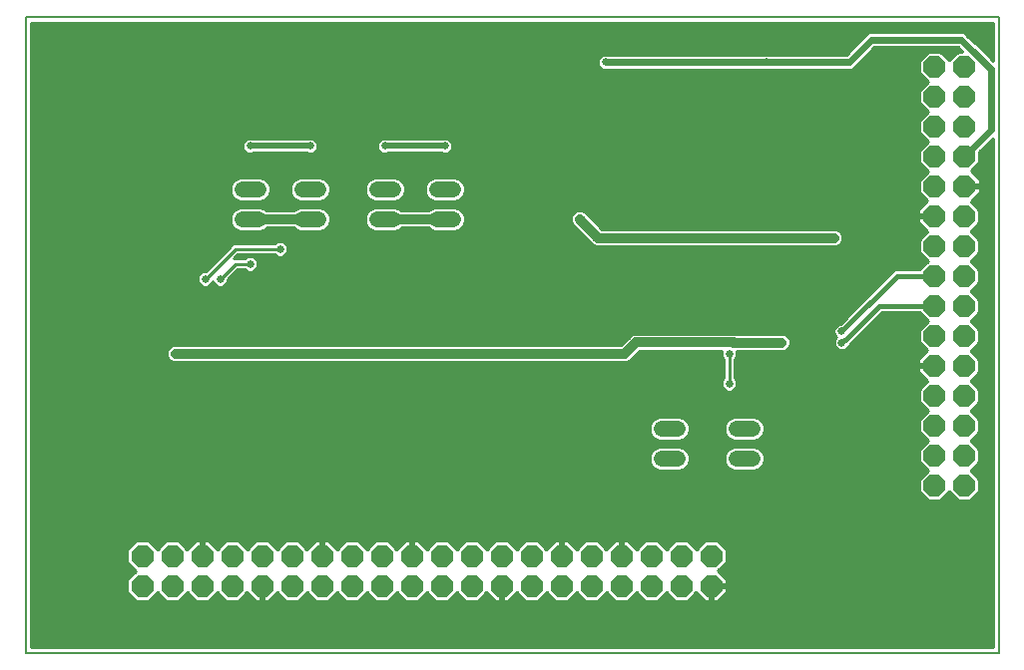
<source format=gbl>
G75*
%MOIN*%
%OFA0B0*%
%FSLAX25Y25*%
%IPPOS*%
%LPD*%
%AMOC8*
5,1,8,0,0,1.08239X$1,22.5*
%
%ADD10C,0.00800*%
%ADD11OC8,0.07500*%
%ADD12C,0.05400*%
%ADD13C,0.01000*%
%ADD14C,0.02578*%
%ADD15C,0.03200*%
%ADD16C,0.01600*%
%ADD17C,0.02400*%
%ADD18C,0.02000*%
D10*
X0210000Y0455000D02*
X0210000Y0667500D01*
X0535000Y0667500D01*
X0535000Y0455000D01*
X0210000Y0455000D01*
X0349375Y0646875D02*
X0350011Y0646875D01*
X0465000Y0556260D02*
X0465000Y0556250D01*
D11*
X0513500Y0561000D03*
X0513500Y0551000D03*
X0513500Y0541000D03*
X0513500Y0531000D03*
X0513500Y0521000D03*
X0513500Y0511000D03*
X0523500Y0511000D03*
X0523500Y0521000D03*
X0523500Y0531000D03*
X0523500Y0541000D03*
X0523500Y0551000D03*
X0523500Y0561000D03*
X0523500Y0571000D03*
X0523500Y0581000D03*
X0523500Y0591000D03*
X0523500Y0601000D03*
X0523500Y0611000D03*
X0523500Y0621000D03*
X0523500Y0631000D03*
X0523500Y0641000D03*
X0523500Y0651000D03*
X0513500Y0651000D03*
X0513500Y0641000D03*
X0513500Y0631000D03*
X0513500Y0621000D03*
X0513500Y0611000D03*
X0513500Y0601000D03*
X0513500Y0591000D03*
X0513500Y0581000D03*
X0513500Y0571000D03*
X0439000Y0487400D03*
X0439000Y0477400D03*
X0429000Y0477400D03*
X0429000Y0487400D03*
X0419000Y0487400D03*
X0419000Y0477400D03*
X0409000Y0477400D03*
X0409000Y0487400D03*
X0399000Y0487400D03*
X0399000Y0477400D03*
X0389000Y0477400D03*
X0389000Y0487400D03*
X0379000Y0487400D03*
X0379000Y0477400D03*
X0369000Y0477400D03*
X0369000Y0487400D03*
X0359000Y0487400D03*
X0359000Y0477400D03*
X0349000Y0477400D03*
X0349000Y0487400D03*
X0339000Y0487400D03*
X0339000Y0477400D03*
X0329000Y0477400D03*
X0329000Y0487400D03*
X0319000Y0487400D03*
X0319000Y0477400D03*
X0309000Y0477400D03*
X0309000Y0487400D03*
X0299000Y0487400D03*
X0299000Y0477400D03*
X0289000Y0477400D03*
X0289000Y0487400D03*
X0279000Y0487400D03*
X0279000Y0477400D03*
X0269000Y0477400D03*
X0269000Y0487400D03*
X0259000Y0487400D03*
X0259000Y0477400D03*
X0249000Y0477400D03*
X0249000Y0487400D03*
D12*
X0282300Y0600000D02*
X0287700Y0600000D01*
X0287700Y0610000D02*
X0282300Y0610000D01*
X0302300Y0610000D02*
X0307700Y0610000D01*
X0307700Y0600000D02*
X0302300Y0600000D01*
X0327300Y0600000D02*
X0332700Y0600000D01*
X0332700Y0610000D02*
X0327300Y0610000D01*
X0347300Y0610000D02*
X0352700Y0610000D01*
X0352700Y0600000D02*
X0347300Y0600000D01*
X0422300Y0530000D02*
X0427700Y0530000D01*
X0427700Y0520000D02*
X0422300Y0520000D01*
X0447300Y0520000D02*
X0452700Y0520000D01*
X0452700Y0530000D02*
X0447300Y0530000D01*
D13*
X0444527Y0532884D02*
X0430473Y0532884D01*
X0429966Y0533391D02*
X0431091Y0532266D01*
X0431700Y0530796D01*
X0431700Y0529204D01*
X0431091Y0527734D01*
X0429966Y0526609D01*
X0428496Y0526000D01*
X0421504Y0526000D01*
X0420034Y0526609D01*
X0418909Y0527734D01*
X0418300Y0529204D01*
X0418300Y0530796D01*
X0418909Y0532266D01*
X0420034Y0533391D01*
X0421504Y0534000D01*
X0428496Y0534000D01*
X0429966Y0533391D01*
X0428780Y0533882D02*
X0446220Y0533882D01*
X0446504Y0534000D02*
X0445034Y0533391D01*
X0443909Y0532266D01*
X0443300Y0530796D01*
X0443300Y0529204D01*
X0443909Y0527734D01*
X0445034Y0526609D01*
X0446504Y0526000D01*
X0453496Y0526000D01*
X0454966Y0526609D01*
X0456091Y0527734D01*
X0456700Y0529204D01*
X0456700Y0530796D01*
X0456091Y0532266D01*
X0454966Y0533391D01*
X0453496Y0534000D01*
X0446504Y0534000D01*
X0443751Y0531885D02*
X0431249Y0531885D01*
X0431662Y0530887D02*
X0443338Y0530887D01*
X0443300Y0529888D02*
X0431700Y0529888D01*
X0431570Y0528890D02*
X0443430Y0528890D01*
X0443844Y0527891D02*
X0431156Y0527891D01*
X0430250Y0526893D02*
X0444750Y0526893D01*
X0446256Y0523897D02*
X0428744Y0523897D01*
X0428496Y0524000D02*
X0421504Y0524000D01*
X0420034Y0523391D01*
X0418909Y0522266D01*
X0418300Y0520796D01*
X0418300Y0519204D01*
X0418909Y0517734D01*
X0420034Y0516609D01*
X0421504Y0516000D01*
X0428496Y0516000D01*
X0429966Y0516609D01*
X0431091Y0517734D01*
X0431700Y0519204D01*
X0431700Y0520796D01*
X0431091Y0522266D01*
X0429966Y0523391D01*
X0428496Y0524000D01*
X0430458Y0522899D02*
X0444542Y0522899D01*
X0445034Y0523391D02*
X0443909Y0522266D01*
X0443300Y0520796D01*
X0443300Y0519204D01*
X0443909Y0517734D01*
X0445034Y0516609D01*
X0446504Y0516000D01*
X0453496Y0516000D01*
X0454966Y0516609D01*
X0456091Y0517734D01*
X0456700Y0519204D01*
X0456700Y0520796D01*
X0456091Y0522266D01*
X0454966Y0523391D01*
X0453496Y0524000D01*
X0446504Y0524000D01*
X0445034Y0523391D01*
X0443758Y0521900D02*
X0431242Y0521900D01*
X0431656Y0520902D02*
X0443344Y0520902D01*
X0443300Y0519903D02*
X0431700Y0519903D01*
X0431576Y0518905D02*
X0443424Y0518905D01*
X0443838Y0517906D02*
X0431162Y0517906D01*
X0430265Y0516908D02*
X0444735Y0516908D01*
X0455265Y0516908D02*
X0510451Y0516908D01*
X0511358Y0516000D02*
X0508450Y0513092D01*
X0508450Y0508908D01*
X0511408Y0505950D01*
X0515592Y0505950D01*
X0518500Y0508858D01*
X0521408Y0505950D01*
X0525592Y0505950D01*
X0528550Y0508908D01*
X0528550Y0513092D01*
X0525642Y0516000D01*
X0528550Y0518908D01*
X0528550Y0523092D01*
X0525642Y0526000D01*
X0528550Y0528908D01*
X0528550Y0533092D01*
X0525642Y0536000D01*
X0528550Y0538908D01*
X0528550Y0543092D01*
X0525642Y0546000D01*
X0528550Y0548908D01*
X0528550Y0553092D01*
X0525642Y0556000D01*
X0528550Y0558908D01*
X0528550Y0563092D01*
X0525642Y0566000D01*
X0528550Y0568908D01*
X0528550Y0573092D01*
X0525642Y0576000D01*
X0528550Y0578908D01*
X0528550Y0583092D01*
X0525642Y0586000D01*
X0528550Y0588908D01*
X0528550Y0593092D01*
X0525642Y0596000D01*
X0528550Y0598908D01*
X0528550Y0603092D01*
X0525783Y0605859D01*
X0528750Y0608825D01*
X0528750Y0610500D01*
X0524000Y0610500D01*
X0524000Y0611500D01*
X0528750Y0611500D01*
X0528750Y0613175D01*
X0525783Y0616141D01*
X0528550Y0618908D01*
X0528550Y0622514D01*
X0533100Y0627064D01*
X0533100Y0456900D01*
X0211900Y0456900D01*
X0211900Y0665600D01*
X0533100Y0665600D01*
X0533100Y0653067D01*
X0527298Y0658869D01*
X0527073Y0658963D01*
X0524619Y0661416D01*
X0523916Y0662119D01*
X0522997Y0662500D01*
X0492003Y0662500D01*
X0491084Y0662119D01*
X0483964Y0655000D01*
X0458230Y0655000D01*
X0458015Y0655089D01*
X0456985Y0655089D01*
X0456770Y0655000D01*
X0404480Y0655000D01*
X0404265Y0655089D01*
X0403235Y0655089D01*
X0402283Y0654695D01*
X0401555Y0653967D01*
X0401161Y0653015D01*
X0401161Y0651985D01*
X0401555Y0651033D01*
X0402283Y0650305D01*
X0403235Y0649911D01*
X0404265Y0649911D01*
X0404480Y0650000D01*
X0456770Y0650000D01*
X0456985Y0649911D01*
X0458015Y0649911D01*
X0458230Y0650000D01*
X0485497Y0650000D01*
X0486416Y0650381D01*
X0487119Y0651084D01*
X0493536Y0657500D01*
X0521464Y0657500D01*
X0522914Y0656050D01*
X0521408Y0656050D01*
X0518500Y0653142D01*
X0515592Y0656050D01*
X0511408Y0656050D01*
X0508450Y0653092D01*
X0508450Y0648908D01*
X0511358Y0646000D01*
X0508450Y0643092D01*
X0508450Y0638908D01*
X0511358Y0636000D01*
X0508450Y0633092D01*
X0508450Y0628908D01*
X0511358Y0626000D01*
X0508450Y0623092D01*
X0508450Y0618908D01*
X0511358Y0616000D01*
X0508450Y0613092D01*
X0508450Y0608908D01*
X0511217Y0606141D01*
X0508250Y0603175D01*
X0508250Y0601500D01*
X0513000Y0601500D01*
X0513000Y0600500D01*
X0508250Y0600500D01*
X0508250Y0598825D01*
X0511217Y0595859D01*
X0508450Y0593092D01*
X0508450Y0588908D01*
X0511358Y0586000D01*
X0508458Y0583100D01*
X0500130Y0583100D01*
X0482119Y0565089D01*
X0481985Y0565089D01*
X0481033Y0564695D01*
X0480305Y0563967D01*
X0479911Y0563015D01*
X0479911Y0561985D01*
X0480305Y0561033D01*
X0480734Y0560604D01*
X0480347Y0560217D01*
X0479953Y0559265D01*
X0479953Y0558235D01*
X0480347Y0557283D01*
X0481075Y0556555D01*
X0482027Y0556161D01*
X0483057Y0556161D01*
X0484008Y0556555D01*
X0484737Y0557283D01*
X0485018Y0557962D01*
X0495955Y0568900D01*
X0508458Y0568900D01*
X0511358Y0566000D01*
X0508450Y0563092D01*
X0508450Y0558908D01*
X0511217Y0556141D01*
X0508250Y0553175D01*
X0508250Y0551500D01*
X0513000Y0551500D01*
X0513000Y0550500D01*
X0508250Y0550500D01*
X0508250Y0548825D01*
X0511217Y0545859D01*
X0508450Y0543092D01*
X0508450Y0538908D01*
X0511358Y0536000D01*
X0508450Y0533092D01*
X0508450Y0528908D01*
X0511358Y0526000D01*
X0508450Y0523092D01*
X0508450Y0518908D01*
X0511358Y0516000D01*
X0511267Y0515909D02*
X0211900Y0515909D01*
X0211900Y0514911D02*
X0510269Y0514911D01*
X0509270Y0513912D02*
X0211900Y0513912D01*
X0211900Y0512914D02*
X0508450Y0512914D01*
X0508450Y0511915D02*
X0211900Y0511915D01*
X0211900Y0510917D02*
X0508450Y0510917D01*
X0508450Y0509918D02*
X0211900Y0509918D01*
X0211900Y0508920D02*
X0508450Y0508920D01*
X0509437Y0507921D02*
X0211900Y0507921D01*
X0211900Y0506923D02*
X0510436Y0506923D01*
X0516564Y0506923D02*
X0520436Y0506923D01*
X0519437Y0507921D02*
X0517563Y0507921D01*
X0526564Y0506923D02*
X0533100Y0506923D01*
X0533100Y0507921D02*
X0527563Y0507921D01*
X0528550Y0508920D02*
X0533100Y0508920D01*
X0533100Y0509918D02*
X0528550Y0509918D01*
X0528550Y0510917D02*
X0533100Y0510917D01*
X0533100Y0511915D02*
X0528550Y0511915D01*
X0528550Y0512914D02*
X0533100Y0512914D01*
X0533100Y0513912D02*
X0527730Y0513912D01*
X0526731Y0514911D02*
X0533100Y0514911D01*
X0533100Y0515909D02*
X0525733Y0515909D01*
X0526549Y0516908D02*
X0533100Y0516908D01*
X0533100Y0517906D02*
X0527548Y0517906D01*
X0528546Y0518905D02*
X0533100Y0518905D01*
X0533100Y0519903D02*
X0528550Y0519903D01*
X0528550Y0520902D02*
X0533100Y0520902D01*
X0533100Y0521900D02*
X0528550Y0521900D01*
X0528550Y0522899D02*
X0533100Y0522899D01*
X0533100Y0523897D02*
X0527744Y0523897D01*
X0526746Y0524896D02*
X0533100Y0524896D01*
X0533100Y0525894D02*
X0525747Y0525894D01*
X0526535Y0526893D02*
X0533100Y0526893D01*
X0533100Y0527891D02*
X0527533Y0527891D01*
X0528532Y0528890D02*
X0533100Y0528890D01*
X0533100Y0529888D02*
X0528550Y0529888D01*
X0528550Y0530887D02*
X0533100Y0530887D01*
X0533100Y0531885D02*
X0528550Y0531885D01*
X0528550Y0532884D02*
X0533100Y0532884D01*
X0533100Y0533882D02*
X0527759Y0533882D01*
X0526761Y0534881D02*
X0533100Y0534881D01*
X0533100Y0535879D02*
X0525762Y0535879D01*
X0526520Y0536878D02*
X0533100Y0536878D01*
X0533100Y0537876D02*
X0527518Y0537876D01*
X0528517Y0538875D02*
X0533100Y0538875D01*
X0533100Y0539873D02*
X0528550Y0539873D01*
X0528550Y0540872D02*
X0533100Y0540872D01*
X0533100Y0541870D02*
X0528550Y0541870D01*
X0528550Y0542869D02*
X0533100Y0542869D01*
X0533100Y0543868D02*
X0527774Y0543868D01*
X0526776Y0544866D02*
X0533100Y0544866D01*
X0533100Y0545865D02*
X0525777Y0545865D01*
X0526505Y0546863D02*
X0533100Y0546863D01*
X0533100Y0547862D02*
X0527503Y0547862D01*
X0528502Y0548860D02*
X0533100Y0548860D01*
X0533100Y0549859D02*
X0528550Y0549859D01*
X0528550Y0550857D02*
X0533100Y0550857D01*
X0533100Y0551856D02*
X0528550Y0551856D01*
X0528550Y0552854D02*
X0533100Y0552854D01*
X0533100Y0553853D02*
X0527789Y0553853D01*
X0526791Y0554851D02*
X0533100Y0554851D01*
X0533100Y0555850D02*
X0525792Y0555850D01*
X0526490Y0556848D02*
X0533100Y0556848D01*
X0533100Y0557847D02*
X0527488Y0557847D01*
X0528487Y0558845D02*
X0533100Y0558845D01*
X0533100Y0559844D02*
X0528550Y0559844D01*
X0528550Y0560842D02*
X0533100Y0560842D01*
X0533100Y0561841D02*
X0528550Y0561841D01*
X0528550Y0562839D02*
X0533100Y0562839D01*
X0533100Y0563838D02*
X0527804Y0563838D01*
X0526806Y0564836D02*
X0533100Y0564836D01*
X0533100Y0565835D02*
X0525807Y0565835D01*
X0526475Y0566833D02*
X0533100Y0566833D01*
X0533100Y0567832D02*
X0527474Y0567832D01*
X0528472Y0568830D02*
X0533100Y0568830D01*
X0533100Y0569829D02*
X0528550Y0569829D01*
X0528550Y0570827D02*
X0533100Y0570827D01*
X0533100Y0571826D02*
X0528550Y0571826D01*
X0528550Y0572824D02*
X0533100Y0572824D01*
X0533100Y0573823D02*
X0527819Y0573823D01*
X0526820Y0574821D02*
X0533100Y0574821D01*
X0533100Y0575820D02*
X0525822Y0575820D01*
X0526460Y0576818D02*
X0533100Y0576818D01*
X0533100Y0577817D02*
X0527459Y0577817D01*
X0528457Y0578815D02*
X0533100Y0578815D01*
X0533100Y0579814D02*
X0528550Y0579814D01*
X0528550Y0580812D02*
X0533100Y0580812D01*
X0533100Y0581811D02*
X0528550Y0581811D01*
X0528550Y0582809D02*
X0533100Y0582809D01*
X0533100Y0583808D02*
X0527834Y0583808D01*
X0526835Y0584806D02*
X0533100Y0584806D01*
X0533100Y0585805D02*
X0525837Y0585805D01*
X0526445Y0586803D02*
X0533100Y0586803D01*
X0533100Y0587802D02*
X0527444Y0587802D01*
X0528442Y0588801D02*
X0533100Y0588801D01*
X0533100Y0589799D02*
X0528550Y0589799D01*
X0528550Y0590798D02*
X0533100Y0590798D01*
X0533100Y0591796D02*
X0528550Y0591796D01*
X0528550Y0592795D02*
X0533100Y0592795D01*
X0533100Y0593793D02*
X0527849Y0593793D01*
X0526850Y0594792D02*
X0533100Y0594792D01*
X0533100Y0595790D02*
X0525852Y0595790D01*
X0526430Y0596789D02*
X0533100Y0596789D01*
X0533100Y0597787D02*
X0527429Y0597787D01*
X0528427Y0598786D02*
X0533100Y0598786D01*
X0533100Y0599784D02*
X0528550Y0599784D01*
X0528550Y0600783D02*
X0533100Y0600783D01*
X0533100Y0601781D02*
X0528550Y0601781D01*
X0528550Y0602780D02*
X0533100Y0602780D01*
X0533100Y0603778D02*
X0527864Y0603778D01*
X0526865Y0604777D02*
X0533100Y0604777D01*
X0533100Y0605775D02*
X0525867Y0605775D01*
X0526698Y0606774D02*
X0533100Y0606774D01*
X0533100Y0607772D02*
X0527697Y0607772D01*
X0528695Y0608771D02*
X0533100Y0608771D01*
X0533100Y0609769D02*
X0528750Y0609769D01*
X0528750Y0611766D02*
X0533100Y0611766D01*
X0533100Y0610768D02*
X0524000Y0610768D01*
X0527163Y0614762D02*
X0533100Y0614762D01*
X0533100Y0615760D02*
X0526164Y0615760D01*
X0526401Y0616759D02*
X0533100Y0616759D01*
X0533100Y0617757D02*
X0527399Y0617757D01*
X0528398Y0618756D02*
X0533100Y0618756D01*
X0533100Y0619754D02*
X0528550Y0619754D01*
X0528550Y0620753D02*
X0533100Y0620753D01*
X0533100Y0621751D02*
X0528550Y0621751D01*
X0528785Y0622750D02*
X0533100Y0622750D01*
X0533100Y0623748D02*
X0529784Y0623748D01*
X0530782Y0624747D02*
X0533100Y0624747D01*
X0533100Y0625745D02*
X0531781Y0625745D01*
X0532779Y0626744D02*
X0533100Y0626744D01*
X0533100Y0613763D02*
X0528161Y0613763D01*
X0528750Y0612765D02*
X0533100Y0612765D01*
X0511119Y0615760D02*
X0211900Y0615760D01*
X0211900Y0614762D02*
X0510120Y0614762D01*
X0509122Y0613763D02*
X0354067Y0613763D01*
X0353496Y0614000D02*
X0354966Y0613391D01*
X0356091Y0612266D01*
X0356700Y0610796D01*
X0356700Y0609204D01*
X0356091Y0607734D01*
X0354966Y0606609D01*
X0353496Y0606000D01*
X0346504Y0606000D01*
X0345034Y0606609D01*
X0343909Y0607734D01*
X0343300Y0609204D01*
X0343300Y0610796D01*
X0343909Y0612266D01*
X0345034Y0613391D01*
X0346504Y0614000D01*
X0353496Y0614000D01*
X0355592Y0612765D02*
X0508450Y0612765D01*
X0508450Y0611766D02*
X0356298Y0611766D01*
X0356700Y0610768D02*
X0508450Y0610768D01*
X0508450Y0609769D02*
X0356700Y0609769D01*
X0356520Y0608771D02*
X0508587Y0608771D01*
X0509586Y0607772D02*
X0356107Y0607772D01*
X0355131Y0606774D02*
X0510584Y0606774D01*
X0510851Y0605775D02*
X0211900Y0605775D01*
X0211900Y0604777D02*
X0509852Y0604777D01*
X0508854Y0603778D02*
X0354031Y0603778D01*
X0353496Y0604000D02*
X0354966Y0603391D01*
X0356091Y0602266D01*
X0356700Y0600796D01*
X0356700Y0599204D01*
X0356091Y0597734D01*
X0354966Y0596609D01*
X0353496Y0596000D01*
X0346504Y0596000D01*
X0345034Y0596609D01*
X0344543Y0597100D01*
X0335457Y0597100D01*
X0334966Y0596609D01*
X0333496Y0596000D01*
X0326504Y0596000D01*
X0325034Y0596609D01*
X0323909Y0597734D01*
X0323300Y0599204D01*
X0323300Y0600796D01*
X0323909Y0602266D01*
X0325034Y0603391D01*
X0326504Y0604000D01*
X0333496Y0604000D01*
X0334966Y0603391D01*
X0335457Y0602900D01*
X0344543Y0602900D01*
X0345034Y0603391D01*
X0346504Y0604000D01*
X0353496Y0604000D01*
X0355577Y0602780D02*
X0394133Y0602780D01*
X0394423Y0602900D02*
X0393357Y0602458D01*
X0392541Y0601643D01*
X0392100Y0600577D01*
X0392100Y0599423D01*
X0392541Y0598357D01*
X0399617Y0591282D01*
X0400683Y0590840D01*
X0425577Y0590840D01*
X0480577Y0590840D01*
X0481643Y0591282D01*
X0482458Y0592097D01*
X0482900Y0593163D01*
X0482900Y0594317D01*
X0482458Y0595383D01*
X0481643Y0596199D01*
X0480577Y0596640D01*
X0402461Y0596640D01*
X0396643Y0602458D01*
X0395577Y0602900D01*
X0394423Y0602900D01*
X0395867Y0602780D02*
X0508250Y0602780D01*
X0508250Y0601781D02*
X0397320Y0601781D01*
X0398319Y0600783D02*
X0513000Y0600783D01*
X0509288Y0597787D02*
X0401314Y0597787D01*
X0402313Y0596789D02*
X0510287Y0596789D01*
X0511148Y0595790D02*
X0482051Y0595790D01*
X0482703Y0594792D02*
X0510150Y0594792D01*
X0509151Y0593793D02*
X0482900Y0593793D01*
X0482747Y0592795D02*
X0508450Y0592795D01*
X0508450Y0591796D02*
X0482157Y0591796D01*
X0493849Y0576818D02*
X0211900Y0576818D01*
X0211900Y0575820D02*
X0492850Y0575820D01*
X0491852Y0574821D02*
X0211900Y0574821D01*
X0211900Y0573823D02*
X0490853Y0573823D01*
X0489854Y0572824D02*
X0211900Y0572824D01*
X0211900Y0571826D02*
X0488856Y0571826D01*
X0487857Y0570827D02*
X0211900Y0570827D01*
X0211900Y0569829D02*
X0486859Y0569829D01*
X0485860Y0568830D02*
X0211900Y0568830D01*
X0211900Y0567832D02*
X0484862Y0567832D01*
X0483863Y0566833D02*
X0211900Y0566833D01*
X0211900Y0565835D02*
X0482865Y0565835D01*
X0481375Y0564836D02*
X0211900Y0564836D01*
X0211900Y0563838D02*
X0480252Y0563838D01*
X0479911Y0562839D02*
X0211900Y0562839D01*
X0211900Y0561841D02*
X0479971Y0561841D01*
X0480496Y0560842D02*
X0464509Y0560842D01*
X0464143Y0561208D02*
X0464958Y0560393D01*
X0465400Y0559327D01*
X0465400Y0558173D01*
X0464958Y0557107D01*
X0464143Y0556291D01*
X0463077Y0555850D01*
X0447487Y0555850D01*
X0447589Y0555605D01*
X0447589Y0554575D01*
X0447195Y0553623D01*
X0446800Y0553228D01*
X0446800Y0546861D01*
X0447195Y0546467D01*
X0447589Y0545515D01*
X0447589Y0544485D01*
X0447195Y0543533D01*
X0446467Y0542805D01*
X0445515Y0542411D01*
X0444485Y0542411D01*
X0443533Y0542805D01*
X0442805Y0543533D01*
X0442411Y0544485D01*
X0442411Y0545515D01*
X0442805Y0546467D01*
X0443200Y0546861D01*
X0443200Y0553228D01*
X0442805Y0553623D01*
X0442411Y0554575D01*
X0442411Y0555605D01*
X0442525Y0555879D01*
X0414980Y0555879D01*
X0411643Y0552541D01*
X0410577Y0552100D01*
X0259423Y0552100D01*
X0258357Y0552541D01*
X0257541Y0553357D01*
X0257100Y0554423D01*
X0257100Y0555577D01*
X0257541Y0556643D01*
X0258357Y0557458D01*
X0259423Y0557900D01*
X0408799Y0557900D01*
X0411320Y0560421D01*
X0412136Y0561237D01*
X0413202Y0561679D01*
X0447105Y0561679D01*
X0447174Y0561650D01*
X0463077Y0561650D01*
X0464143Y0561208D01*
X0465186Y0559844D02*
X0480192Y0559844D01*
X0479953Y0558845D02*
X0465400Y0558845D01*
X0465265Y0557847D02*
X0480114Y0557847D01*
X0480782Y0556848D02*
X0464699Y0556848D01*
X0484301Y0556848D02*
X0510510Y0556848D01*
X0510925Y0555850D02*
X0447488Y0555850D01*
X0447589Y0554851D02*
X0509927Y0554851D01*
X0508928Y0553853D02*
X0447290Y0553853D01*
X0446800Y0552854D02*
X0508250Y0552854D01*
X0508250Y0551856D02*
X0446800Y0551856D01*
X0446800Y0550857D02*
X0513000Y0550857D01*
X0509214Y0547862D02*
X0446800Y0547862D01*
X0446800Y0548860D02*
X0508250Y0548860D01*
X0508250Y0549859D02*
X0446800Y0549859D01*
X0446800Y0546863D02*
X0510212Y0546863D01*
X0511211Y0545865D02*
X0447444Y0545865D01*
X0447589Y0544866D02*
X0510224Y0544866D01*
X0509226Y0543868D02*
X0447333Y0543868D01*
X0446530Y0542869D02*
X0508450Y0542869D01*
X0508450Y0541870D02*
X0211900Y0541870D01*
X0211900Y0540872D02*
X0508450Y0540872D01*
X0508450Y0539873D02*
X0211900Y0539873D01*
X0211900Y0538875D02*
X0508483Y0538875D01*
X0509482Y0537876D02*
X0211900Y0537876D01*
X0211900Y0536878D02*
X0510480Y0536878D01*
X0511238Y0535879D02*
X0211900Y0535879D01*
X0211900Y0534881D02*
X0510239Y0534881D01*
X0509241Y0533882D02*
X0453780Y0533882D01*
X0455473Y0532884D02*
X0508450Y0532884D01*
X0508450Y0531885D02*
X0456249Y0531885D01*
X0456662Y0530887D02*
X0508450Y0530887D01*
X0508450Y0529888D02*
X0456700Y0529888D01*
X0456570Y0528890D02*
X0508468Y0528890D01*
X0509467Y0527891D02*
X0456156Y0527891D01*
X0455250Y0526893D02*
X0510465Y0526893D01*
X0511253Y0525894D02*
X0211900Y0525894D01*
X0211900Y0524896D02*
X0510254Y0524896D01*
X0509256Y0523897D02*
X0453744Y0523897D01*
X0455458Y0522899D02*
X0508450Y0522899D01*
X0508450Y0521900D02*
X0456242Y0521900D01*
X0456656Y0520902D02*
X0508450Y0520902D01*
X0508450Y0519903D02*
X0456700Y0519903D01*
X0456576Y0518905D02*
X0508453Y0518905D01*
X0509452Y0517906D02*
X0456162Y0517906D01*
X0443470Y0542869D02*
X0211900Y0542869D01*
X0211900Y0543868D02*
X0442667Y0543868D01*
X0442411Y0544866D02*
X0211900Y0544866D01*
X0211900Y0545865D02*
X0442556Y0545865D01*
X0443200Y0546863D02*
X0211900Y0546863D01*
X0211900Y0547862D02*
X0443200Y0547862D01*
X0443200Y0548860D02*
X0211900Y0548860D01*
X0211900Y0549859D02*
X0443200Y0549859D01*
X0443200Y0550857D02*
X0211900Y0550857D01*
X0211900Y0551856D02*
X0443200Y0551856D01*
X0443200Y0552854D02*
X0411955Y0552854D01*
X0412954Y0553853D02*
X0442710Y0553853D01*
X0442411Y0554851D02*
X0413952Y0554851D01*
X0414951Y0555850D02*
X0442512Y0555850D01*
X0445000Y0555090D02*
X0445000Y0545000D01*
X0421220Y0533882D02*
X0211900Y0533882D01*
X0211900Y0532884D02*
X0419527Y0532884D01*
X0418751Y0531885D02*
X0211900Y0531885D01*
X0211900Y0530887D02*
X0418338Y0530887D01*
X0418300Y0529888D02*
X0211900Y0529888D01*
X0211900Y0528890D02*
X0418430Y0528890D01*
X0418844Y0527891D02*
X0211900Y0527891D01*
X0211900Y0526893D02*
X0419750Y0526893D01*
X0421256Y0523897D02*
X0211900Y0523897D01*
X0211900Y0522899D02*
X0419542Y0522899D01*
X0418758Y0521900D02*
X0211900Y0521900D01*
X0211900Y0520902D02*
X0418344Y0520902D01*
X0418300Y0519903D02*
X0211900Y0519903D01*
X0211900Y0518905D02*
X0418424Y0518905D01*
X0418838Y0517906D02*
X0211900Y0517906D01*
X0211900Y0516908D02*
X0419735Y0516908D01*
X0421092Y0492450D02*
X0416908Y0492450D01*
X0414141Y0489683D01*
X0411175Y0492650D01*
X0409500Y0492650D01*
X0409500Y0487900D01*
X0408500Y0487900D01*
X0408500Y0492650D01*
X0406825Y0492650D01*
X0403859Y0489683D01*
X0401092Y0492450D01*
X0396908Y0492450D01*
X0394141Y0489683D01*
X0391175Y0492650D01*
X0389500Y0492650D01*
X0389500Y0487900D01*
X0388500Y0487900D01*
X0388500Y0492650D01*
X0386825Y0492650D01*
X0383859Y0489683D01*
X0381092Y0492450D01*
X0376908Y0492450D01*
X0374000Y0489542D01*
X0371092Y0492450D01*
X0366908Y0492450D01*
X0364000Y0489542D01*
X0361092Y0492450D01*
X0356908Y0492450D01*
X0354000Y0489542D01*
X0351092Y0492450D01*
X0346908Y0492450D01*
X0344141Y0489683D01*
X0341175Y0492650D01*
X0339500Y0492650D01*
X0339500Y0487900D01*
X0338500Y0487900D01*
X0338500Y0492650D01*
X0336825Y0492650D01*
X0333859Y0489683D01*
X0331092Y0492450D01*
X0326908Y0492450D01*
X0324000Y0489542D01*
X0321092Y0492450D01*
X0316908Y0492450D01*
X0314141Y0489683D01*
X0311175Y0492650D01*
X0309500Y0492650D01*
X0309500Y0487900D01*
X0308500Y0487900D01*
X0308500Y0492650D01*
X0306825Y0492650D01*
X0303859Y0489683D01*
X0301092Y0492450D01*
X0296908Y0492450D01*
X0294000Y0489542D01*
X0291092Y0492450D01*
X0286908Y0492450D01*
X0284000Y0489542D01*
X0281092Y0492450D01*
X0276908Y0492450D01*
X0274141Y0489683D01*
X0271175Y0492650D01*
X0269500Y0492650D01*
X0269500Y0487900D01*
X0268500Y0487900D01*
X0268500Y0492650D01*
X0266825Y0492650D01*
X0263859Y0489683D01*
X0261092Y0492450D01*
X0256908Y0492450D01*
X0254000Y0489542D01*
X0251092Y0492450D01*
X0246908Y0492450D01*
X0243950Y0489492D01*
X0243950Y0485308D01*
X0246858Y0482400D01*
X0243950Y0479492D01*
X0243950Y0475308D01*
X0246908Y0472350D01*
X0251092Y0472350D01*
X0254000Y0475258D01*
X0256908Y0472350D01*
X0261092Y0472350D01*
X0264000Y0475258D01*
X0266908Y0472350D01*
X0271092Y0472350D01*
X0274000Y0475258D01*
X0276908Y0472350D01*
X0281092Y0472350D01*
X0283859Y0475117D01*
X0286825Y0472150D01*
X0288500Y0472150D01*
X0288500Y0476900D01*
X0289500Y0476900D01*
X0289500Y0472150D01*
X0291175Y0472150D01*
X0294141Y0475117D01*
X0296908Y0472350D01*
X0301092Y0472350D01*
X0304000Y0475258D01*
X0306908Y0472350D01*
X0311092Y0472350D01*
X0314000Y0475258D01*
X0316908Y0472350D01*
X0321092Y0472350D01*
X0324000Y0475258D01*
X0326908Y0472350D01*
X0331092Y0472350D01*
X0334000Y0475258D01*
X0336908Y0472350D01*
X0341092Y0472350D01*
X0344000Y0475258D01*
X0346908Y0472350D01*
X0351092Y0472350D01*
X0354000Y0475258D01*
X0356908Y0472350D01*
X0361092Y0472350D01*
X0363859Y0475117D01*
X0366825Y0472150D01*
X0368500Y0472150D01*
X0368500Y0476900D01*
X0369500Y0476900D01*
X0369500Y0472150D01*
X0371175Y0472150D01*
X0374141Y0475117D01*
X0376908Y0472350D01*
X0381092Y0472350D01*
X0384000Y0475258D01*
X0386908Y0472350D01*
X0391092Y0472350D01*
X0394000Y0475258D01*
X0396908Y0472350D01*
X0401092Y0472350D01*
X0404000Y0475258D01*
X0406908Y0472350D01*
X0411092Y0472350D01*
X0414000Y0475258D01*
X0416908Y0472350D01*
X0421092Y0472350D01*
X0424000Y0475258D01*
X0426908Y0472350D01*
X0431092Y0472350D01*
X0433859Y0475117D01*
X0436825Y0472150D01*
X0438500Y0472150D01*
X0438500Y0476900D01*
X0439500Y0476900D01*
X0439500Y0477900D01*
X0444250Y0477900D01*
X0444250Y0479575D01*
X0441283Y0482541D01*
X0444050Y0485308D01*
X0444050Y0489492D01*
X0441092Y0492450D01*
X0436908Y0492450D01*
X0434000Y0489542D01*
X0431092Y0492450D01*
X0426908Y0492450D01*
X0424000Y0489542D01*
X0421092Y0492450D01*
X0421597Y0491945D02*
X0426403Y0491945D01*
X0425405Y0490946D02*
X0422595Y0490946D01*
X0423594Y0489948D02*
X0424406Y0489948D01*
X0431597Y0491945D02*
X0436403Y0491945D01*
X0435405Y0490946D02*
X0432595Y0490946D01*
X0433594Y0489948D02*
X0434406Y0489948D01*
X0441597Y0491945D02*
X0533100Y0491945D01*
X0533100Y0492943D02*
X0211900Y0492943D01*
X0211900Y0491945D02*
X0246403Y0491945D01*
X0245405Y0490946D02*
X0211900Y0490946D01*
X0211900Y0489948D02*
X0244406Y0489948D01*
X0243950Y0488949D02*
X0211900Y0488949D01*
X0211900Y0487951D02*
X0243950Y0487951D01*
X0243950Y0486952D02*
X0211900Y0486952D01*
X0211900Y0485954D02*
X0243950Y0485954D01*
X0244303Y0484955D02*
X0211900Y0484955D01*
X0211900Y0483957D02*
X0245301Y0483957D01*
X0246300Y0482958D02*
X0211900Y0482958D01*
X0211900Y0481960D02*
X0246418Y0481960D01*
X0245420Y0480961D02*
X0211900Y0480961D01*
X0211900Y0479963D02*
X0244421Y0479963D01*
X0243950Y0478964D02*
X0211900Y0478964D01*
X0211900Y0477966D02*
X0243950Y0477966D01*
X0243950Y0476967D02*
X0211900Y0476967D01*
X0211900Y0475969D02*
X0243950Y0475969D01*
X0244288Y0474970D02*
X0211900Y0474970D01*
X0211900Y0473972D02*
X0245287Y0473972D01*
X0246285Y0472973D02*
X0211900Y0472973D01*
X0211900Y0471975D02*
X0533100Y0471975D01*
X0533100Y0472973D02*
X0441998Y0472973D01*
X0441175Y0472150D02*
X0444250Y0475225D01*
X0444250Y0476900D01*
X0439500Y0476900D01*
X0439500Y0472150D01*
X0441175Y0472150D01*
X0439500Y0472973D02*
X0438500Y0472973D01*
X0438500Y0473972D02*
X0439500Y0473972D01*
X0439500Y0474970D02*
X0438500Y0474970D01*
X0438500Y0475969D02*
X0439500Y0475969D01*
X0439500Y0476967D02*
X0533100Y0476967D01*
X0533100Y0475969D02*
X0444250Y0475969D01*
X0443995Y0474970D02*
X0533100Y0474970D01*
X0533100Y0473972D02*
X0442996Y0473972D01*
X0444250Y0477966D02*
X0533100Y0477966D01*
X0533100Y0478964D02*
X0444250Y0478964D01*
X0443862Y0479963D02*
X0533100Y0479963D01*
X0533100Y0480961D02*
X0442863Y0480961D01*
X0441865Y0481960D02*
X0533100Y0481960D01*
X0533100Y0482958D02*
X0441700Y0482958D01*
X0442699Y0483957D02*
X0533100Y0483957D01*
X0533100Y0484955D02*
X0443697Y0484955D01*
X0444050Y0485954D02*
X0533100Y0485954D01*
X0533100Y0486952D02*
X0444050Y0486952D01*
X0444050Y0487951D02*
X0533100Y0487951D01*
X0533100Y0488949D02*
X0444050Y0488949D01*
X0443594Y0489948D02*
X0533100Y0489948D01*
X0533100Y0490946D02*
X0442595Y0490946D01*
X0435004Y0473972D02*
X0432713Y0473972D01*
X0431715Y0472973D02*
X0436002Y0472973D01*
X0434005Y0474970D02*
X0433712Y0474970D01*
X0426285Y0472973D02*
X0421715Y0472973D01*
X0422713Y0473972D02*
X0425287Y0473972D01*
X0424288Y0474970D02*
X0423712Y0474970D01*
X0416285Y0472973D02*
X0411715Y0472973D01*
X0412713Y0473972D02*
X0415287Y0473972D01*
X0414288Y0474970D02*
X0413712Y0474970D01*
X0406285Y0472973D02*
X0401715Y0472973D01*
X0402713Y0473972D02*
X0405287Y0473972D01*
X0404288Y0474970D02*
X0403712Y0474970D01*
X0396285Y0472973D02*
X0391715Y0472973D01*
X0392713Y0473972D02*
X0395287Y0473972D01*
X0394288Y0474970D02*
X0393712Y0474970D01*
X0386285Y0472973D02*
X0381715Y0472973D01*
X0382713Y0473972D02*
X0385287Y0473972D01*
X0384288Y0474970D02*
X0383712Y0474970D01*
X0376285Y0472973D02*
X0371998Y0472973D01*
X0372996Y0473972D02*
X0375287Y0473972D01*
X0374288Y0474970D02*
X0373995Y0474970D01*
X0369500Y0474970D02*
X0368500Y0474970D01*
X0368500Y0473972D02*
X0369500Y0473972D01*
X0369500Y0472973D02*
X0368500Y0472973D01*
X0366002Y0472973D02*
X0361715Y0472973D01*
X0362713Y0473972D02*
X0365004Y0473972D01*
X0364005Y0474970D02*
X0363712Y0474970D01*
X0368500Y0475969D02*
X0369500Y0475969D01*
X0373594Y0489948D02*
X0374406Y0489948D01*
X0375405Y0490946D02*
X0372595Y0490946D01*
X0371597Y0491945D02*
X0376403Y0491945D01*
X0381597Y0491945D02*
X0386120Y0491945D01*
X0385122Y0490946D02*
X0382595Y0490946D01*
X0383594Y0489948D02*
X0384123Y0489948D01*
X0388500Y0489948D02*
X0389500Y0489948D01*
X0389500Y0490946D02*
X0388500Y0490946D01*
X0388500Y0491945D02*
X0389500Y0491945D01*
X0391880Y0491945D02*
X0396403Y0491945D01*
X0395405Y0490946D02*
X0392878Y0490946D01*
X0393877Y0489948D02*
X0394406Y0489948D01*
X0389500Y0488949D02*
X0388500Y0488949D01*
X0388500Y0487951D02*
X0389500Y0487951D01*
X0401597Y0491945D02*
X0406120Y0491945D01*
X0405122Y0490946D02*
X0402595Y0490946D01*
X0403594Y0489948D02*
X0404123Y0489948D01*
X0408500Y0489948D02*
X0409500Y0489948D01*
X0409500Y0490946D02*
X0408500Y0490946D01*
X0408500Y0491945D02*
X0409500Y0491945D01*
X0411880Y0491945D02*
X0416403Y0491945D01*
X0415405Y0490946D02*
X0412878Y0490946D01*
X0413877Y0489948D02*
X0414406Y0489948D01*
X0409500Y0488949D02*
X0408500Y0488949D01*
X0408500Y0487951D02*
X0409500Y0487951D01*
X0366403Y0491945D02*
X0361597Y0491945D01*
X0362595Y0490946D02*
X0365405Y0490946D01*
X0364406Y0489948D02*
X0363594Y0489948D01*
X0356403Y0491945D02*
X0351597Y0491945D01*
X0352595Y0490946D02*
X0355405Y0490946D01*
X0354406Y0489948D02*
X0353594Y0489948D01*
X0346403Y0491945D02*
X0341880Y0491945D01*
X0342878Y0490946D02*
X0345405Y0490946D01*
X0344406Y0489948D02*
X0343877Y0489948D01*
X0339500Y0489948D02*
X0338500Y0489948D01*
X0338500Y0490946D02*
X0339500Y0490946D01*
X0339500Y0491945D02*
X0338500Y0491945D01*
X0336120Y0491945D02*
X0331597Y0491945D01*
X0332595Y0490946D02*
X0335122Y0490946D01*
X0334123Y0489948D02*
X0333594Y0489948D01*
X0338500Y0488949D02*
X0339500Y0488949D01*
X0339500Y0487951D02*
X0338500Y0487951D01*
X0326403Y0491945D02*
X0321597Y0491945D01*
X0322595Y0490946D02*
X0325405Y0490946D01*
X0324406Y0489948D02*
X0323594Y0489948D01*
X0316403Y0491945D02*
X0311880Y0491945D01*
X0312878Y0490946D02*
X0315405Y0490946D01*
X0314406Y0489948D02*
X0313877Y0489948D01*
X0309500Y0489948D02*
X0308500Y0489948D01*
X0308500Y0490946D02*
X0309500Y0490946D01*
X0309500Y0491945D02*
X0308500Y0491945D01*
X0306120Y0491945D02*
X0301597Y0491945D01*
X0302595Y0490946D02*
X0305122Y0490946D01*
X0304123Y0489948D02*
X0303594Y0489948D01*
X0308500Y0488949D02*
X0309500Y0488949D01*
X0309500Y0487951D02*
X0308500Y0487951D01*
X0296403Y0491945D02*
X0291597Y0491945D01*
X0292595Y0490946D02*
X0295405Y0490946D01*
X0294406Y0489948D02*
X0293594Y0489948D01*
X0286403Y0491945D02*
X0281597Y0491945D01*
X0282595Y0490946D02*
X0285405Y0490946D01*
X0284406Y0489948D02*
X0283594Y0489948D01*
X0276403Y0491945D02*
X0271880Y0491945D01*
X0272878Y0490946D02*
X0275405Y0490946D01*
X0274406Y0489948D02*
X0273877Y0489948D01*
X0269500Y0489948D02*
X0268500Y0489948D01*
X0268500Y0490946D02*
X0269500Y0490946D01*
X0269500Y0491945D02*
X0268500Y0491945D01*
X0266120Y0491945D02*
X0261597Y0491945D01*
X0262595Y0490946D02*
X0265122Y0490946D01*
X0264123Y0489948D02*
X0263594Y0489948D01*
X0268500Y0488949D02*
X0269500Y0488949D01*
X0269500Y0487951D02*
X0268500Y0487951D01*
X0264288Y0474970D02*
X0263712Y0474970D01*
X0262713Y0473972D02*
X0265287Y0473972D01*
X0266285Y0472973D02*
X0261715Y0472973D01*
X0256285Y0472973D02*
X0251715Y0472973D01*
X0252713Y0473972D02*
X0255287Y0473972D01*
X0254288Y0474970D02*
X0253712Y0474970D01*
X0253594Y0489948D02*
X0254406Y0489948D01*
X0255405Y0490946D02*
X0252595Y0490946D01*
X0251597Y0491945D02*
X0256403Y0491945D01*
X0272713Y0473972D02*
X0275287Y0473972D01*
X0276285Y0472973D02*
X0271715Y0472973D01*
X0273712Y0474970D02*
X0274288Y0474970D01*
X0281715Y0472973D02*
X0286002Y0472973D01*
X0285004Y0473972D02*
X0282713Y0473972D01*
X0283712Y0474970D02*
X0284005Y0474970D01*
X0288500Y0474970D02*
X0289500Y0474970D01*
X0289500Y0473972D02*
X0288500Y0473972D01*
X0288500Y0472973D02*
X0289500Y0472973D01*
X0291998Y0472973D02*
X0296285Y0472973D01*
X0295287Y0473972D02*
X0292996Y0473972D01*
X0293995Y0474970D02*
X0294288Y0474970D01*
X0289500Y0475969D02*
X0288500Y0475969D01*
X0301715Y0472973D02*
X0306285Y0472973D01*
X0305287Y0473972D02*
X0302713Y0473972D01*
X0303712Y0474970D02*
X0304288Y0474970D01*
X0311715Y0472973D02*
X0316285Y0472973D01*
X0315287Y0473972D02*
X0312713Y0473972D01*
X0313712Y0474970D02*
X0314288Y0474970D01*
X0321715Y0472973D02*
X0326285Y0472973D01*
X0325287Y0473972D02*
X0322713Y0473972D01*
X0323712Y0474970D02*
X0324288Y0474970D01*
X0331715Y0472973D02*
X0336285Y0472973D01*
X0335287Y0473972D02*
X0332713Y0473972D01*
X0333712Y0474970D02*
X0334288Y0474970D01*
X0341715Y0472973D02*
X0346285Y0472973D01*
X0345287Y0473972D02*
X0342713Y0473972D01*
X0343712Y0474970D02*
X0344288Y0474970D01*
X0351715Y0472973D02*
X0356285Y0472973D01*
X0355287Y0473972D02*
X0352713Y0473972D01*
X0353712Y0474970D02*
X0354288Y0474970D01*
X0409744Y0558845D02*
X0211900Y0558845D01*
X0211900Y0557847D02*
X0259294Y0557847D01*
X0257747Y0556848D02*
X0211900Y0556848D01*
X0211900Y0555850D02*
X0257213Y0555850D01*
X0257100Y0554851D02*
X0211900Y0554851D01*
X0211900Y0553853D02*
X0257336Y0553853D01*
X0258045Y0552854D02*
X0211900Y0552854D01*
X0211900Y0559844D02*
X0410742Y0559844D01*
X0411741Y0560842D02*
X0211900Y0560842D01*
X0211900Y0577817D02*
X0268522Y0577817D01*
X0268533Y0577805D02*
X0269485Y0577411D01*
X0270515Y0577411D01*
X0271467Y0577805D01*
X0272195Y0578533D01*
X0272500Y0579270D01*
X0272805Y0578533D01*
X0273533Y0577805D01*
X0274485Y0577411D01*
X0275515Y0577411D01*
X0276467Y0577805D01*
X0277195Y0578533D01*
X0277589Y0579485D01*
X0277589Y0580043D01*
X0280746Y0583200D01*
X0283139Y0583200D01*
X0283533Y0582805D01*
X0284485Y0582411D01*
X0285515Y0582411D01*
X0286467Y0582805D01*
X0287195Y0583533D01*
X0287589Y0584485D01*
X0287589Y0585515D01*
X0287195Y0586467D01*
X0286467Y0587195D01*
X0285515Y0587589D01*
X0284485Y0587589D01*
X0283533Y0587195D01*
X0283139Y0586800D01*
X0279346Y0586800D01*
X0280746Y0588200D01*
X0293139Y0588200D01*
X0293533Y0587805D01*
X0294485Y0587411D01*
X0295515Y0587411D01*
X0296467Y0587805D01*
X0297195Y0588533D01*
X0297589Y0589485D01*
X0297589Y0590515D01*
X0297195Y0591467D01*
X0296467Y0592195D01*
X0295515Y0592589D01*
X0294485Y0592589D01*
X0293533Y0592195D01*
X0293139Y0591800D01*
X0279254Y0591800D01*
X0278200Y0590746D01*
X0270043Y0582589D01*
X0269485Y0582589D01*
X0268533Y0582195D01*
X0267805Y0581467D01*
X0267411Y0580515D01*
X0267411Y0579485D01*
X0267805Y0578533D01*
X0268533Y0577805D01*
X0267688Y0578815D02*
X0211900Y0578815D01*
X0211900Y0579814D02*
X0267411Y0579814D01*
X0267534Y0580812D02*
X0211900Y0580812D01*
X0211900Y0581811D02*
X0268150Y0581811D01*
X0270264Y0582809D02*
X0211900Y0582809D01*
X0211900Y0583808D02*
X0271262Y0583808D01*
X0272261Y0584806D02*
X0211900Y0584806D01*
X0211900Y0585805D02*
X0273259Y0585805D01*
X0274258Y0586803D02*
X0211900Y0586803D01*
X0211900Y0587802D02*
X0275256Y0587802D01*
X0276255Y0588801D02*
X0211900Y0588801D01*
X0211900Y0589799D02*
X0277253Y0589799D01*
X0278252Y0590798D02*
X0211900Y0590798D01*
X0211900Y0591796D02*
X0279250Y0591796D01*
X0280000Y0590000D02*
X0295000Y0590000D01*
X0296865Y0591796D02*
X0399103Y0591796D01*
X0398104Y0592795D02*
X0211900Y0592795D01*
X0211900Y0593793D02*
X0397106Y0593793D01*
X0396107Y0594792D02*
X0211900Y0594792D01*
X0211900Y0595790D02*
X0395109Y0595790D01*
X0394110Y0596789D02*
X0355145Y0596789D01*
X0356113Y0597787D02*
X0393112Y0597787D01*
X0392364Y0598786D02*
X0356527Y0598786D01*
X0356700Y0599784D02*
X0392100Y0599784D01*
X0392185Y0600783D02*
X0356700Y0600783D01*
X0356292Y0601781D02*
X0392680Y0601781D01*
X0399317Y0599784D02*
X0508250Y0599784D01*
X0508290Y0598786D02*
X0400316Y0598786D01*
X0401880Y0650708D02*
X0211900Y0650708D01*
X0211900Y0649710D02*
X0508450Y0649710D01*
X0508450Y0650708D02*
X0486744Y0650708D01*
X0487742Y0651707D02*
X0508450Y0651707D01*
X0508450Y0652705D02*
X0488741Y0652705D01*
X0489739Y0653704D02*
X0509062Y0653704D01*
X0510060Y0654702D02*
X0490738Y0654702D01*
X0491736Y0655701D02*
X0511059Y0655701D01*
X0515941Y0655701D02*
X0521059Y0655701D01*
X0520060Y0654702D02*
X0516939Y0654702D01*
X0517938Y0653704D02*
X0519062Y0653704D01*
X0522265Y0656699D02*
X0492735Y0656699D01*
X0489658Y0660693D02*
X0211900Y0660693D01*
X0211900Y0659695D02*
X0488659Y0659695D01*
X0487661Y0658696D02*
X0211900Y0658696D01*
X0211900Y0657698D02*
X0486662Y0657698D01*
X0485664Y0656699D02*
X0211900Y0656699D01*
X0211900Y0655701D02*
X0484665Y0655701D01*
X0490656Y0661692D02*
X0211900Y0661692D01*
X0211900Y0662690D02*
X0533100Y0662690D01*
X0533100Y0661692D02*
X0524344Y0661692D01*
X0525342Y0660693D02*
X0533100Y0660693D01*
X0533100Y0659695D02*
X0526341Y0659695D01*
X0527471Y0658696D02*
X0533100Y0658696D01*
X0533100Y0657698D02*
X0528469Y0657698D01*
X0529468Y0656699D02*
X0533100Y0656699D01*
X0533100Y0655701D02*
X0530466Y0655701D01*
X0531465Y0654702D02*
X0533100Y0654702D01*
X0533100Y0653704D02*
X0532464Y0653704D01*
X0533100Y0663689D02*
X0211900Y0663689D01*
X0211900Y0664687D02*
X0533100Y0664687D01*
X0510644Y0646714D02*
X0211900Y0646714D01*
X0211900Y0645716D02*
X0511074Y0645716D01*
X0510075Y0644717D02*
X0211900Y0644717D01*
X0211900Y0643719D02*
X0509077Y0643719D01*
X0508450Y0642720D02*
X0211900Y0642720D01*
X0211900Y0641722D02*
X0508450Y0641722D01*
X0508450Y0640723D02*
X0211900Y0640723D01*
X0211900Y0639725D02*
X0508450Y0639725D01*
X0508632Y0638726D02*
X0211900Y0638726D01*
X0211900Y0637728D02*
X0509631Y0637728D01*
X0510629Y0636729D02*
X0211900Y0636729D01*
X0211900Y0635731D02*
X0511089Y0635731D01*
X0510090Y0634732D02*
X0211900Y0634732D01*
X0211900Y0633734D02*
X0509092Y0633734D01*
X0508450Y0632735D02*
X0211900Y0632735D01*
X0211900Y0631737D02*
X0508450Y0631737D01*
X0508450Y0630738D02*
X0211900Y0630738D01*
X0211900Y0629739D02*
X0508450Y0629739D01*
X0508617Y0628741D02*
X0211900Y0628741D01*
X0211900Y0627742D02*
X0509616Y0627742D01*
X0510614Y0626744D02*
X0351319Y0626744D01*
X0351467Y0626683D02*
X0350515Y0627077D01*
X0349485Y0627077D01*
X0348787Y0626788D01*
X0331213Y0626788D01*
X0330515Y0627077D01*
X0329485Y0627077D01*
X0328533Y0626683D01*
X0327805Y0625955D01*
X0327411Y0625003D01*
X0327411Y0623973D01*
X0327805Y0623022D01*
X0328533Y0622293D01*
X0329485Y0621899D01*
X0330515Y0621899D01*
X0331213Y0622188D01*
X0348787Y0622188D01*
X0349485Y0621899D01*
X0350515Y0621899D01*
X0351467Y0622293D01*
X0352195Y0623022D01*
X0352589Y0623973D01*
X0352589Y0625003D01*
X0352195Y0625955D01*
X0351467Y0626683D01*
X0352282Y0625745D02*
X0511104Y0625745D01*
X0510105Y0624747D02*
X0352589Y0624747D01*
X0352496Y0623748D02*
X0509107Y0623748D01*
X0508450Y0622750D02*
X0351923Y0622750D01*
X0345933Y0613763D02*
X0334067Y0613763D01*
X0333496Y0614000D02*
X0326504Y0614000D01*
X0325034Y0613391D01*
X0323909Y0612266D01*
X0323300Y0610796D01*
X0323300Y0609204D01*
X0323909Y0607734D01*
X0325034Y0606609D01*
X0326504Y0606000D01*
X0333496Y0606000D01*
X0334966Y0606609D01*
X0336091Y0607734D01*
X0336700Y0609204D01*
X0336700Y0610796D01*
X0336091Y0612266D01*
X0334966Y0613391D01*
X0333496Y0614000D01*
X0335592Y0612765D02*
X0344408Y0612765D01*
X0343702Y0611766D02*
X0336298Y0611766D01*
X0336700Y0610768D02*
X0343300Y0610768D01*
X0343300Y0609769D02*
X0336700Y0609769D01*
X0336520Y0608771D02*
X0343480Y0608771D01*
X0343893Y0607772D02*
X0336107Y0607772D01*
X0335131Y0606774D02*
X0344869Y0606774D01*
X0345969Y0603778D02*
X0334031Y0603778D01*
X0335145Y0596789D02*
X0344855Y0596789D01*
X0324855Y0596789D02*
X0310145Y0596789D01*
X0309966Y0596609D02*
X0311091Y0597734D01*
X0311700Y0599204D01*
X0311700Y0600796D01*
X0311091Y0602266D01*
X0309966Y0603391D01*
X0308496Y0604000D01*
X0301504Y0604000D01*
X0300034Y0603391D01*
X0299543Y0602900D01*
X0290457Y0602900D01*
X0289966Y0603391D01*
X0288496Y0604000D01*
X0281504Y0604000D01*
X0280034Y0603391D01*
X0278909Y0602266D01*
X0278300Y0600796D01*
X0278300Y0599204D01*
X0278909Y0597734D01*
X0280034Y0596609D01*
X0281504Y0596000D01*
X0288496Y0596000D01*
X0289966Y0596609D01*
X0290457Y0597100D01*
X0299543Y0597100D01*
X0300034Y0596609D01*
X0301504Y0596000D01*
X0308496Y0596000D01*
X0309966Y0596609D01*
X0311113Y0597787D02*
X0323887Y0597787D01*
X0323473Y0598786D02*
X0311527Y0598786D01*
X0311700Y0599784D02*
X0323300Y0599784D01*
X0323300Y0600783D02*
X0311700Y0600783D01*
X0311292Y0601781D02*
X0323708Y0601781D01*
X0324423Y0602780D02*
X0310577Y0602780D01*
X0309031Y0603778D02*
X0325969Y0603778D01*
X0324869Y0606774D02*
X0310131Y0606774D01*
X0309966Y0606609D02*
X0311091Y0607734D01*
X0311700Y0609204D01*
X0311700Y0610796D01*
X0311091Y0612266D01*
X0309966Y0613391D01*
X0308496Y0614000D01*
X0301504Y0614000D01*
X0300034Y0613391D01*
X0298909Y0612266D01*
X0298300Y0610796D01*
X0298300Y0609204D01*
X0298909Y0607734D01*
X0300034Y0606609D01*
X0301504Y0606000D01*
X0308496Y0606000D01*
X0309966Y0606609D01*
X0311107Y0607772D02*
X0323893Y0607772D01*
X0323480Y0608771D02*
X0311520Y0608771D01*
X0311700Y0609769D02*
X0323300Y0609769D01*
X0323300Y0610768D02*
X0311700Y0610768D01*
X0311298Y0611766D02*
X0323702Y0611766D01*
X0324408Y0612765D02*
X0310592Y0612765D01*
X0309067Y0613763D02*
X0325933Y0613763D01*
X0328077Y0622750D02*
X0306923Y0622750D01*
X0307195Y0623022D02*
X0307589Y0623973D01*
X0307589Y0625003D01*
X0307195Y0625955D01*
X0306467Y0626683D01*
X0305515Y0627077D01*
X0304485Y0627077D01*
X0303787Y0626788D01*
X0286213Y0626788D01*
X0285515Y0627077D01*
X0284485Y0627077D01*
X0283533Y0626683D01*
X0282805Y0625955D01*
X0282411Y0625003D01*
X0282411Y0623973D01*
X0282805Y0623022D01*
X0283533Y0622293D01*
X0284485Y0621899D01*
X0285515Y0621899D01*
X0286213Y0622188D01*
X0303787Y0622188D01*
X0304485Y0621899D01*
X0305515Y0621899D01*
X0306467Y0622293D01*
X0307195Y0623022D01*
X0307496Y0623748D02*
X0327504Y0623748D01*
X0327411Y0624747D02*
X0307589Y0624747D01*
X0307282Y0625745D02*
X0327718Y0625745D01*
X0328681Y0626744D02*
X0306319Y0626744D01*
X0300933Y0613763D02*
X0289067Y0613763D01*
X0288496Y0614000D02*
X0281504Y0614000D01*
X0280034Y0613391D01*
X0278909Y0612266D01*
X0278300Y0610796D01*
X0278300Y0609204D01*
X0278909Y0607734D01*
X0280034Y0606609D01*
X0281504Y0606000D01*
X0288496Y0606000D01*
X0289966Y0606609D01*
X0291091Y0607734D01*
X0291700Y0609204D01*
X0291700Y0610796D01*
X0291091Y0612266D01*
X0289966Y0613391D01*
X0288496Y0614000D01*
X0290592Y0612765D02*
X0299408Y0612765D01*
X0298702Y0611766D02*
X0291298Y0611766D01*
X0291700Y0610768D02*
X0298300Y0610768D01*
X0298300Y0609769D02*
X0291700Y0609769D01*
X0291520Y0608771D02*
X0298480Y0608771D01*
X0298893Y0607772D02*
X0291107Y0607772D01*
X0290131Y0606774D02*
X0299869Y0606774D01*
X0300969Y0603778D02*
X0289031Y0603778D01*
X0290145Y0596789D02*
X0299855Y0596789D01*
X0297472Y0590798D02*
X0508450Y0590798D01*
X0508450Y0589799D02*
X0297589Y0589799D01*
X0297305Y0588801D02*
X0508558Y0588801D01*
X0509556Y0587802D02*
X0296459Y0587802D01*
X0293541Y0587802D02*
X0280348Y0587802D01*
X0279349Y0586803D02*
X0283142Y0586803D01*
X0285000Y0585000D02*
X0280000Y0585000D01*
X0275000Y0580000D01*
X0277589Y0579814D02*
X0496844Y0579814D01*
X0497843Y0580812D02*
X0278358Y0580812D01*
X0279357Y0581811D02*
X0498841Y0581811D01*
X0499840Y0582809D02*
X0286471Y0582809D01*
X0287309Y0583808D02*
X0509166Y0583808D01*
X0510165Y0584806D02*
X0287589Y0584806D01*
X0287469Y0585805D02*
X0511163Y0585805D01*
X0510555Y0586803D02*
X0286858Y0586803D01*
X0283529Y0582809D02*
X0280355Y0582809D01*
X0277312Y0578815D02*
X0495846Y0578815D01*
X0494847Y0577817D02*
X0276478Y0577817D01*
X0273522Y0577817D02*
X0271478Y0577817D01*
X0272312Y0578815D02*
X0272688Y0578815D01*
X0270000Y0580000D02*
X0280000Y0590000D01*
X0279855Y0596789D02*
X0211900Y0596789D01*
X0211900Y0597787D02*
X0278887Y0597787D01*
X0278473Y0598786D02*
X0211900Y0598786D01*
X0211900Y0599784D02*
X0278300Y0599784D01*
X0278300Y0600783D02*
X0211900Y0600783D01*
X0211900Y0601781D02*
X0278708Y0601781D01*
X0279423Y0602780D02*
X0211900Y0602780D01*
X0211900Y0603778D02*
X0280969Y0603778D01*
X0279869Y0606774D02*
X0211900Y0606774D01*
X0211900Y0607772D02*
X0278893Y0607772D01*
X0278480Y0608771D02*
X0211900Y0608771D01*
X0211900Y0609769D02*
X0278300Y0609769D01*
X0278300Y0610768D02*
X0211900Y0610768D01*
X0211900Y0611766D02*
X0278702Y0611766D01*
X0279408Y0612765D02*
X0211900Y0612765D01*
X0211900Y0613763D02*
X0280933Y0613763D01*
X0283077Y0622750D02*
X0211900Y0622750D01*
X0211900Y0623748D02*
X0282504Y0623748D01*
X0282411Y0624747D02*
X0211900Y0624747D01*
X0211900Y0625745D02*
X0282718Y0625745D01*
X0283681Y0626744D02*
X0211900Y0626744D01*
X0211900Y0621751D02*
X0508450Y0621751D01*
X0508450Y0620753D02*
X0211900Y0620753D01*
X0211900Y0619754D02*
X0508450Y0619754D01*
X0508602Y0618756D02*
X0211900Y0618756D01*
X0211900Y0617757D02*
X0509601Y0617757D01*
X0510599Y0616759D02*
X0211900Y0616759D01*
X0211900Y0647713D02*
X0509646Y0647713D01*
X0508647Y0648711D02*
X0211900Y0648711D01*
X0211900Y0651707D02*
X0401276Y0651707D01*
X0401161Y0652705D02*
X0211900Y0652705D01*
X0211900Y0653704D02*
X0401446Y0653704D01*
X0402301Y0654702D02*
X0211900Y0654702D01*
X0211900Y0505924D02*
X0533100Y0505924D01*
X0533100Y0504926D02*
X0211900Y0504926D01*
X0211900Y0503927D02*
X0533100Y0503927D01*
X0533100Y0502929D02*
X0211900Y0502929D01*
X0211900Y0501930D02*
X0533100Y0501930D01*
X0533100Y0500932D02*
X0211900Y0500932D01*
X0211900Y0499933D02*
X0533100Y0499933D01*
X0533100Y0498934D02*
X0211900Y0498934D01*
X0211900Y0497936D02*
X0533100Y0497936D01*
X0533100Y0496937D02*
X0211900Y0496937D01*
X0211900Y0495939D02*
X0533100Y0495939D01*
X0533100Y0494940D02*
X0211900Y0494940D01*
X0211900Y0493942D02*
X0533100Y0493942D01*
X0533100Y0470976D02*
X0211900Y0470976D01*
X0211900Y0469978D02*
X0533100Y0469978D01*
X0533100Y0468979D02*
X0211900Y0468979D01*
X0211900Y0467981D02*
X0533100Y0467981D01*
X0533100Y0466982D02*
X0211900Y0466982D01*
X0211900Y0465984D02*
X0533100Y0465984D01*
X0533100Y0464985D02*
X0211900Y0464985D01*
X0211900Y0463987D02*
X0533100Y0463987D01*
X0533100Y0462988D02*
X0211900Y0462988D01*
X0211900Y0461990D02*
X0533100Y0461990D01*
X0533100Y0460991D02*
X0211900Y0460991D01*
X0211900Y0459993D02*
X0533100Y0459993D01*
X0533100Y0458994D02*
X0211900Y0458994D01*
X0211900Y0457996D02*
X0533100Y0457996D01*
X0533100Y0456997D02*
X0211900Y0456997D01*
X0484970Y0557847D02*
X0509512Y0557847D01*
X0508513Y0558845D02*
X0485901Y0558845D01*
X0486899Y0559844D02*
X0508450Y0559844D01*
X0508450Y0560842D02*
X0487898Y0560842D01*
X0488896Y0561841D02*
X0508450Y0561841D01*
X0508450Y0562839D02*
X0489895Y0562839D01*
X0490893Y0563838D02*
X0509196Y0563838D01*
X0510194Y0564836D02*
X0491892Y0564836D01*
X0492890Y0565835D02*
X0511193Y0565835D01*
X0510525Y0566833D02*
X0493889Y0566833D01*
X0494887Y0567832D02*
X0509526Y0567832D01*
X0508528Y0568830D02*
X0495886Y0568830D01*
D14*
X0482500Y0562500D03*
X0482542Y0558750D03*
X0462500Y0558750D03*
X0458750Y0563750D03*
X0458750Y0566250D03*
X0461250Y0580000D03*
X0463750Y0580000D03*
X0478750Y0582500D03*
X0481250Y0582500D03*
X0480000Y0593740D03*
X0480000Y0631250D03*
X0465000Y0635000D03*
X0457500Y0652500D03*
X0437500Y0657500D03*
X0425000Y0631250D03*
X0410000Y0635000D03*
X0403750Y0652500D03*
X0377500Y0657500D03*
X0377500Y0615000D03*
X0395000Y0600000D03*
X0406250Y0580000D03*
X0408750Y0580000D03*
X0403750Y0566250D03*
X0403750Y0563750D03*
X0410000Y0555000D03*
X0400000Y0530000D03*
X0365000Y0505000D03*
X0335000Y0500000D03*
X0300000Y0520000D03*
X0323750Y0546250D03*
X0326250Y0546250D03*
X0343750Y0546250D03*
X0346250Y0546250D03*
X0315000Y0585000D03*
X0295000Y0590000D03*
X0285000Y0585000D03*
X0275000Y0580000D03*
X0270000Y0580000D03*
X0260000Y0555000D03*
X0245000Y0545000D03*
X0220000Y0545000D03*
X0220000Y0605000D03*
X0255000Y0605000D03*
X0285000Y0624488D03*
X0305000Y0624488D03*
X0330000Y0624488D03*
X0350000Y0624488D03*
X0317500Y0657500D03*
X0262500Y0657500D03*
X0385000Y0575000D03*
X0423750Y0582500D03*
X0426250Y0582500D03*
X0425000Y0593740D03*
X0440000Y0575000D03*
X0445000Y0555090D03*
X0445000Y0545000D03*
X0470000Y0500000D03*
X0446250Y0477500D03*
X0440000Y0470000D03*
X0495000Y0530000D03*
X0437500Y0615000D03*
X0368750Y0470000D03*
X0288750Y0470000D03*
D15*
X0260000Y0555000D02*
X0410000Y0555000D01*
X0413779Y0558779D01*
X0446528Y0558779D01*
X0446557Y0558750D01*
X0462500Y0558750D01*
X0480000Y0593740D02*
X0425000Y0593740D01*
X0401260Y0593740D01*
X0395000Y0600000D01*
X0350000Y0600000D02*
X0330000Y0600000D01*
X0305000Y0600000D02*
X0285000Y0600000D01*
D16*
X0482500Y0562500D02*
X0501000Y0581000D01*
X0513500Y0581000D01*
X0513500Y0571000D02*
X0495086Y0571000D01*
X0483697Y0559611D01*
X0483403Y0559611D01*
X0482542Y0558750D01*
D17*
X0523500Y0621000D02*
X0532400Y0629900D01*
X0532400Y0650232D01*
X0525882Y0656750D01*
X0525750Y0656750D01*
X0522500Y0660000D01*
X0492500Y0660000D01*
X0485000Y0652500D01*
X0457500Y0652500D01*
X0403750Y0652500D01*
D18*
X0350000Y0624488D02*
X0330000Y0624488D01*
X0305000Y0624488D02*
X0285000Y0624488D01*
M02*

</source>
